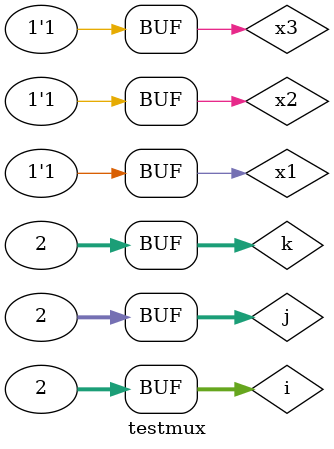
<source format=v>
`timescale 1ns / 1ps


module testmux;

	// Inputs
	reg x1;
	reg x2;
	reg x3;

	// Outputs
	wire f;
	
	//for simulation
	integer i, j, k;

	// Instantiate the Unit Under Test (UUT)
	mux uut (
		.x1(x1), 
		.x2(x2), 
		.x3(x3), 
		.f(f)
	);

	initial begin
		// Initialize Inputs
		x1 = 0;
		x2 = 0;
		x3 = 0;

		// Wait 1 ns for global reset to finish
		#1;
        for(i = 0; i<2; i = i+1)
		  begin
			for(j = 0; j < 2; j = j+1)
			begin
				for(k =0; k< 2; k = k + 1)
				begin
				
				x1 = i; x2 = j; x3 = k;

				#1;
				end
			end
		  end
		// Add stimulus here

	end
      
endmodule


</source>
